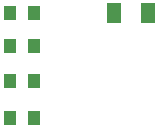
<source format=gtp>
G04 Layer_Color=8421504*
%FSLAX25Y25*%
%MOIN*%
G70*
G01*
G75*
%ADD10R,0.04000X0.05000*%
%ADD11R,0.04528X0.06890*%
D10*
X375000Y364500D02*
D03*
X367000D02*
D03*
Y377000D02*
D03*
X375000D02*
D03*
X367000Y388500D02*
D03*
X375000D02*
D03*
Y399500D02*
D03*
X367000D02*
D03*
D11*
X413110D02*
D03*
X401890D02*
D03*
M02*

</source>
